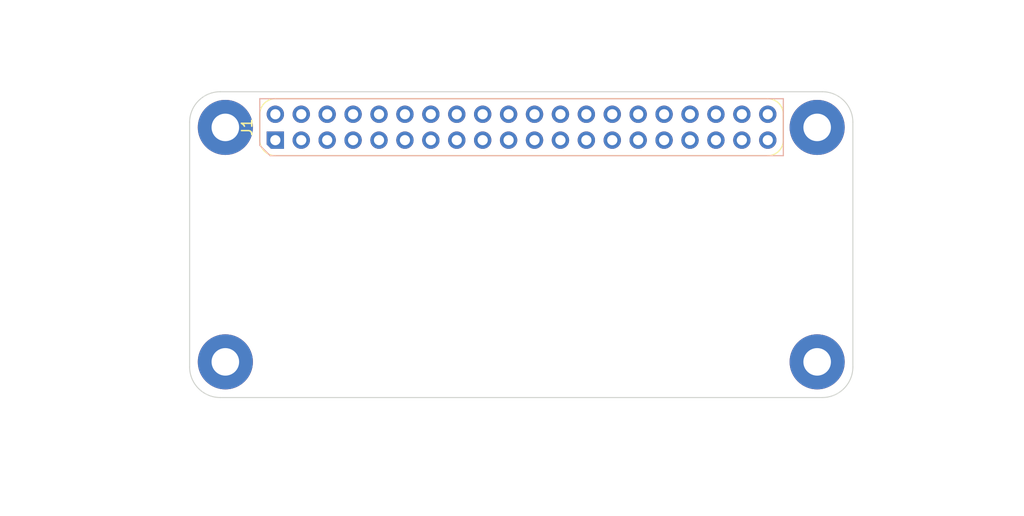
<source format=kicad_pcb>
(kicad_pcb (version 20221018) (generator pcbnew)
  (layers (0 "F.Cu" signal) (1 "In1.Cu" signal) (2 "In2.Cu" signal) (31 "B.Cu" signal) (34 "B.Paste" user) (35 "F.Paste" user) (36 "B.SilkS" user "B.Silkscreen") (37 "F.SilkS" user "F.Silkscreen") (38 "B.Mask" user) (39 "F.Mask" user) (44 "Edge.Cuts" user))
  (net 0 "")
  (footprint "MountingHole:MountingHole_2.7mm_M2.5_Pad" (layer "F.Cu") (at 152.5 118.5)
    (fp_text reference "REF**" hide)
    (fp_text value "MountingHole_2.7mm_M2.5_Pad")
    (pad "1" thru_hole circle (at 0 0) (size 5.4 5.4) (drill 2.7) (layers "*.Cu" "*.Mask"))
  )
  (footprint "MountingHole:MountingHole_2.7mm_M2.5_Pad" (layer "F.Cu") (at 94.5 118.5)
    (fp_text reference "REF**" hide)
    (fp_text value "MountingHole_2.7mm_M2.5_Pad")
    (pad "1" thru_hole circle (at 0 0) (size 5.4 5.4) (drill 2.7) (layers "*.Cu" "*.Mask"))
  )
  (footprint "PicoUPS:PinSocket_2x20_P2.54mm_Vertical" (layer "F.Cu") (at 99.4 94.21 90)
    (fp_text reference "J1" (at -1.27 -2.77 90) (layer "F.SilkS"))
    (fp_text value "Conn_02x20_Odd_Even")
    (fp_line (start -4.064 -0.508) (end -3.048 -1.524) (stroke (width 0.12)) (layer "B.SilkS"))
    (fp_line (start -4.064 49.784) (end -4.064 -0.508) (stroke (width 0.12)) (layer "B.SilkS"))
    (fp_line (start 1.524 -1.524) (end -3.048 -1.524) (stroke (width 0.12)) (layer "B.SilkS"))
    (fp_line (start 1.524 -1.524) (end 1.524 49.784) (stroke (width 0.12)) (layer "B.SilkS"))
    (fp_line (start 1.524 49.784) (end -4.064 49.784) (stroke (width 0.12)) (layer "B.SilkS"))
    (fp_line (start -4.064 48.26) (end -4.064 0) (stroke (width 0.12)) (layer "F.SilkS"))
    (fp_line (start -2.54 -1.524) (end 0 -1.524) (stroke (width 0.12)) (layer "F.SilkS"))
    (fp_line (start 0 49.784) (end -2.54 49.784) (stroke (width 0.12)) (layer "F.SilkS"))
    (fp_line (start 1.524 0) (end 1.524 48.26) (stroke (width 0.12)) (layer "F.SilkS"))
    (fp_arc (start -4.064 0) (mid -3.617631 -1.077631) (end -2.54 -1.524) (stroke (width 0.12)) (layer "F.SilkS"))
    (fp_arc (start -2.54 49.784) (mid -3.617631 49.337631) (end -4.064 48.26) (stroke (width 0.12)) (layer "F.SilkS"))
    (fp_arc (start 0 -1.524) (mid 1.077631 -1.077631) (end 1.524 0) (stroke (width 0.12)) (layer "F.SilkS"))
    (fp_arc (start 1.524 48.26) (mid 1.077631 49.337631) (end 0 49.784) (stroke (width 0.12)) (layer "F.SilkS"))
    (pad "1" thru_hole roundrect (at -2.54 0 90) (size 1.7 1.7) (drill 1) (layers "*.Cu" "*.Mask") (roundrect_rratio 0) (chamfer_ratio 0.25) (chamfer top_left))
    (pad "2" thru_hole circle (at 0 0 90) (size 1.7 1.7) (drill 1) (layers "*.Cu" "*.Mask"))
    (pad "3" thru_hole oval (at -2.54 2.54 90) (size 1.7 1.7) (drill 1) (layers "*.Cu" "*.Mask"))
    (pad "4" thru_hole oval (at 0 2.54 90) (size 1.7 1.7) (drill 1) (layers "*.Cu" "*.Mask"))
    (pad "5" thru_hole oval (at -2.54 5.08 90) (size 1.7 1.7) (drill 1) (layers "*.Cu" "*.Mask"))
    (pad "6" thru_hole oval (at 0 5.08 90) (size 1.7 1.7) (drill 1) (layers "*.Cu" "*.Mask"))
    (pad "7" thru_hole oval (at -2.54 7.62 90) (size 1.7 1.7) (drill 1) (layers "*.Cu" "*.Mask"))
    (pad "8" thru_hole oval (at 0 7.62 90) (size 1.7 1.7) (drill 1) (layers "*.Cu" "*.Mask"))
    (pad "9" thru_hole oval (at -2.54 10.16 90) (size 1.7 1.7) (drill 1) (layers "*.Cu" "*.Mask"))
    (pad "10" thru_hole oval (at 0 10.16 90) (size 1.7 1.7) (drill 1) (layers "*.Cu" "*.Mask"))
    (pad "11" thru_hole oval (at -2.54 12.7 90) (size 1.7 1.7) (drill 1) (layers "*.Cu" "*.Mask"))
    (pad "12" thru_hole oval (at 0 12.7 90) (size 1.7 1.7) (drill 1) (layers "*.Cu" "*.Mask"))
    (pad "13" thru_hole oval (at -2.54 15.24 90) (size 1.7 1.7) (drill 1) (layers "*.Cu" "*.Mask"))
    (pad "14" thru_hole oval (at 0 15.24 90) (size 1.7 1.7) (drill 1) (layers "*.Cu" "*.Mask"))
    (pad "15" thru_hole oval (at -2.54 17.78 90) (size 1.7 1.7) (drill 1) (layers "*.Cu" "*.Mask"))
    (pad "16" thru_hole oval (at 0 17.78 90) (size 1.7 1.7) (drill 1) (layers "*.Cu" "*.Mask"))
    (pad "17" thru_hole oval (at -2.54 20.32 90) (size 1.7 1.7) (drill 1) (layers "*.Cu" "*.Mask"))
    (pad "18" thru_hole oval (at 0 20.32 90) (size 1.7 1.7) (drill 1) (layers "*.Cu" "*.Mask"))
    (pad "19" thru_hole oval (at -2.54 22.86 90) (size 1.7 1.7) (drill 1) (layers "*.Cu" "*.Mask"))
    (pad "20" thru_hole oval (at 0 22.86 90) (size 1.7 1.7) (drill 1) (layers "*.Cu" "*.Mask"))
    (pad "21" thru_hole oval (at -2.54 25.4 90) (size 1.7 1.7) (drill 1) (layers "*.Cu" "*.Mask"))
    (pad "22" thru_hole oval (at 0 25.4 90) (size 1.7 1.7) (drill 1) (layers "*.Cu" "*.Mask"))
    (pad "23" thru_hole oval (at -2.54 27.94 90) (size 1.7 1.7) (drill 1) (layers "*.Cu" "*.Mask"))
    (pad "24" thru_hole oval (at 0 27.94 90) (size 1.7 1.7) (drill 1) (layers "*.Cu" "*.Mask"))
    (pad "25" thru_hole oval (at -2.54 30.48 90) (size 1.7 1.7) (drill 1) (layers "*.Cu" "*.Mask"))
    (pad "26" thru_hole oval (at 0 30.48 90) (size 1.7 1.7) (drill 1) (layers "*.Cu" "*.Mask"))
    (pad "27" thru_hole oval (at -2.54 33.02 90) (size 1.7 1.7) (drill 1) (layers "*.Cu" "*.Mask"))
    (pad "28" thru_hole oval (at 0 33.02 90) (size 1.7 1.7) (drill 1) (layers "*.Cu" "*.Mask"))
    (pad "29" thru_hole oval (at -2.54 35.56 90) (size 1.7 1.7) (drill 1) (layers "*.Cu" "*.Mask"))
    (pad "30" thru_hole oval (at 0 35.56 90) (size 1.7 1.7) (drill 1) (layers "*.Cu" "*.Mask"))
    (pad "31" thru_hole oval (at -2.54 38.1 90) (size 1.7 1.7) (drill 1) (layers "*.Cu" "*.Mask"))
    (pad "32" thru_hole oval (at 0 38.1 90) (size 1.7 1.7) (drill 1) (layers "*.Cu" "*.Mask"))
    (pad "33" thru_hole oval (at -2.54 40.64 90) (size 1.7 1.7) (drill 1) (layers "*.Cu" "*.Mask"))
    (pad "34" thru_hole oval (at 0 40.64 90) (size 1.7 1.7) (drill 1) (layers "*.Cu" "*.Mask"))
    (pad "35" thru_hole oval (at -2.54 43.18 90) (size 1.7 1.7) (drill 1) (layers "*.Cu" "*.Mask"))
    (pad "36" thru_hole oval (at 0 43.18 90) (size 1.7 1.7) (drill 1) (layers "*.Cu" "*.Mask"))
    (pad "37" thru_hole oval (at -2.54 45.72 90) (size 1.7 1.7) (drill 1) (layers "*.Cu" "*.Mask"))
    (pad "38" thru_hole oval (at 0 45.72 90) (size 1.7 1.7) (drill 1) (layers "*.Cu" "*.Mask"))
    (pad "39" thru_hole oval (at -2.54 48.26 90) (size 1.7 1.7) (drill 1) (layers "*.Cu" "*.Mask"))
    (pad "40" thru_hole oval (at 0 48.26 90) (size 1.7 1.7) (drill 1) (layers "*.Cu" "*.Mask"))
  )
  (footprint "MountingHole:MountingHole_2.7mm_M2.5_Pad" (layer "F.Cu") (at 94.5 95.5)
    (fp_text reference "REF**" hide)
    (fp_text value "MountingHole_2.7mm_M2.5_Pad")
    (pad "1" thru_hole circle (at 0 0) (size 5.4 5.4) (drill 2.7) (layers "*.Cu" "*.Mask"))
  )
  (footprint "MountingHole:MountingHole_2.7mm_M2.5_Pad" (layer "F.Cu") (at 152.5 95.5)
    (fp_text reference "REF**" hide)
    (fp_text value "MountingHole_2.7mm_M2.5_Pad")
    (pad "1" thru_hole circle (at 0 0) (size 5.4 5.4) (drill 2.7) (layers "*.Cu" "*.Mask"))
  )
  (gr_arc (start 94 122) (mid 91.87868 121.12132) (end 91 119) (stroke (width 0.1)) (layer "Edge.Cuts"))
  (gr_line (start 91 95) (end 91 119) (stroke (width 0.1)) (layer "Edge.Cuts"))
  (gr_line (start 156 119) (end 156 95) (stroke (width 0.1)) (layer "Edge.Cuts"))
  (gr_arc (start 91 95) (mid 91.87868 92.87868) (end 94 92) (stroke (width 0.1)) (layer "Edge.Cuts"))
  (gr_arc (start 153 92) (mid 155.12132 92.87868) (end 156 95) (stroke (width 0.1)) (layer "Edge.Cuts"))
  (gr_arc (start 156 119) (mid 155.12132 121.12132) (end 153 122) (stroke (width 0.1)) (layer "Edge.Cuts"))
  (gr_line (start 94 122) (end 153 122) (stroke (width 0.1)) (layer "Edge.Cuts"))
  (gr_line (start 153 92) (end 94 92) (stroke (width 0.1)) (layer "Edge.Cuts"))
)
</source>
